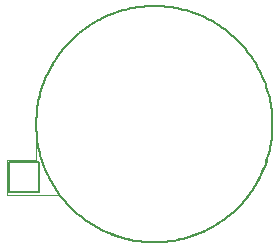
<source format=gto>
G75*
%MOIN*%
%OFA0B0*%
%FSLAX25Y25*%
%IPPOS*%
%LPD*%
%AMOC8*
5,1,8,0,0,1.08239X$1,22.5*
%
%ADD10C,0.00000*%
%ADD11C,0.00500*%
%ADD12C,0.00600*%
D10*
X0005593Y0016998D02*
X0005593Y0028809D01*
X0015436Y0028809D01*
X0015436Y0040620D01*
X0023310Y0016998D02*
X0005593Y0016998D01*
X0023310Y0016998D02*
X0023899Y0016233D01*
X0024506Y0015482D01*
X0025131Y0014747D01*
X0025775Y0014027D01*
X0026435Y0013324D01*
X0027113Y0012636D01*
X0027807Y0011966D01*
X0028518Y0011312D01*
X0029245Y0010677D01*
X0029986Y0010059D01*
X0030743Y0009459D01*
X0031514Y0008879D01*
X0032300Y0008317D01*
X0033098Y0007775D01*
X0033910Y0007253D01*
X0034735Y0006751D01*
X0035571Y0006269D01*
X0036419Y0005807D01*
X0037278Y0005367D01*
X0038148Y0004948D01*
X0039027Y0004550D01*
X0039916Y0004174D01*
X0040814Y0003820D01*
X0041721Y0003488D01*
X0042635Y0003178D01*
X0043557Y0002891D01*
X0044485Y0002627D01*
X0045420Y0002385D01*
X0046360Y0002167D01*
X0047306Y0001971D01*
X0048255Y0001799D01*
X0049209Y0001650D01*
X0050166Y0001524D01*
X0051126Y0001422D01*
X0052088Y0001344D01*
X0053052Y0001289D01*
X0054017Y0001258D01*
X0054982Y0001250D01*
X0055948Y0001267D01*
X0056912Y0001306D01*
X0057875Y0001370D01*
X0058837Y0001457D01*
X0059796Y0001567D01*
X0060752Y0001702D01*
X0061704Y0001859D01*
X0062652Y0002040D01*
X0063596Y0002244D01*
X0064534Y0002471D01*
X0065467Y0002721D01*
X0066393Y0002994D01*
X0067312Y0003289D01*
X0068223Y0003607D01*
X0069127Y0003947D01*
X0070021Y0004309D01*
X0070907Y0004693D01*
X0071783Y0005099D01*
X0072649Y0005525D01*
X0073504Y0005974D01*
X0074348Y0006442D01*
X0075180Y0006932D01*
X0076000Y0007441D01*
X0076807Y0007971D01*
X0077601Y0008520D01*
X0078381Y0009089D01*
X0079147Y0009676D01*
X0079898Y0010282D01*
X0080635Y0010907D01*
X0081355Y0011549D01*
X0082060Y0012209D01*
X0082749Y0012885D01*
X0083420Y0013579D01*
X0084074Y0014288D01*
X0084711Y0015014D01*
X0085330Y0015755D01*
X0085931Y0016511D01*
X0086512Y0017281D01*
X0087075Y0018065D01*
X0087618Y0018863D01*
X0088142Y0019674D01*
X0088645Y0020498D01*
X0089129Y0021334D01*
X0089591Y0022181D01*
X0090033Y0023039D01*
X0090453Y0023908D01*
X0090852Y0024787D01*
X0091230Y0025676D01*
X0091585Y0026574D01*
X0091918Y0027480D01*
X0092229Y0028393D01*
X0092518Y0029315D01*
X0092784Y0030243D01*
X0093027Y0031177D01*
X0093247Y0032117D01*
X0093444Y0033062D01*
X0093617Y0034011D01*
X0093768Y0034965D01*
X0093895Y0035922D01*
X0093998Y0036882D01*
X0094078Y0037844D01*
X0094134Y0038807D01*
X0094167Y0039772D01*
X0094176Y0040738D01*
X0094161Y0041703D01*
X0094123Y0042667D01*
X0094061Y0043631D01*
X0093975Y0044592D01*
X0093866Y0045551D01*
X0093733Y0046508D01*
X0093577Y0047460D01*
X0093398Y0048409D01*
X0093195Y0049353D01*
X0092970Y0050291D01*
X0092721Y0051224D01*
X0092450Y0052150D01*
X0092156Y0053070D01*
X0091839Y0053982D01*
X0091500Y0054886D01*
X0091140Y0055781D01*
X0090757Y0056667D01*
X0090353Y0057544D01*
X0089927Y0058411D01*
X0089480Y0059266D01*
X0089013Y0060111D01*
X0088525Y0060944D01*
X0088016Y0061764D01*
X0087488Y0062572D01*
X0086940Y0063367D01*
X0086372Y0064148D01*
X0085786Y0064915D01*
X0085181Y0065667D01*
X0084558Y0066404D01*
X0083917Y0067126D01*
X0083258Y0067832D01*
X0082582Y0068521D01*
X0081890Y0069194D01*
X0081181Y0069849D01*
X0080457Y0070487D01*
X0079717Y0071107D01*
X0078962Y0071709D01*
X0078192Y0072291D01*
X0077409Y0072855D01*
X0076612Y0073400D01*
X0075801Y0073925D01*
X0074978Y0074429D01*
X0074143Y0074914D01*
X0073297Y0075378D01*
X0072439Y0075820D01*
X0071571Y0076242D01*
X0070692Y0076643D01*
X0069804Y0077021D01*
X0068907Y0077378D01*
X0068002Y0077713D01*
X0067088Y0078025D01*
X0066168Y0078315D01*
X0065240Y0078582D01*
X0064306Y0078827D01*
X0063367Y0079048D01*
X0062422Y0079246D01*
X0061473Y0079421D01*
X0060519Y0079573D01*
X0059562Y0079702D01*
X0058603Y0079806D01*
X0057641Y0079888D01*
X0056677Y0079946D01*
X0055713Y0079980D01*
X0054747Y0079990D01*
X0053782Y0079977D01*
X0052817Y0079940D01*
X0051854Y0079879D01*
X0050892Y0079795D01*
X0049933Y0079687D01*
X0048977Y0079556D01*
X0048024Y0079401D01*
X0047075Y0079223D01*
X0046131Y0079022D01*
X0045192Y0078798D01*
X0044259Y0078551D01*
X0043332Y0078281D01*
X0042412Y0077988D01*
X0041499Y0077673D01*
X0040595Y0077336D01*
X0039699Y0076976D01*
X0038812Y0076595D01*
X0037935Y0076192D01*
X0037068Y0075768D01*
X0036211Y0075322D01*
X0035366Y0074856D01*
X0034533Y0074369D01*
X0033711Y0073862D01*
X0032903Y0073335D01*
X0032107Y0072788D01*
X0031325Y0072221D01*
X0030558Y0071636D01*
X0029804Y0071032D01*
X0029066Y0070410D01*
X0028344Y0069770D01*
X0027637Y0069113D01*
X0026946Y0068438D01*
X0026273Y0067747D01*
X0025616Y0067039D01*
X0024977Y0066315D01*
X0024356Y0065576D01*
X0023754Y0064822D01*
X0023170Y0064053D01*
X0022604Y0063271D01*
X0022059Y0062474D01*
X0021533Y0061665D01*
X0021027Y0060843D01*
X0020541Y0060009D01*
X0020076Y0059163D01*
X0019632Y0058306D01*
X0019209Y0057438D01*
X0018807Y0056560D01*
X0018427Y0055673D01*
X0018069Y0054776D01*
X0017733Y0053871D01*
X0017419Y0052958D01*
X0017128Y0052038D01*
X0016859Y0051111D01*
X0016614Y0050177D01*
X0016391Y0049238D01*
X0016191Y0048294D01*
X0016015Y0047344D01*
X0015861Y0046391D01*
X0015732Y0045435D01*
X0015625Y0044475D01*
X0015542Y0043513D01*
X0015483Y0042550D01*
X0015448Y0041585D01*
X0015436Y0040620D01*
D11*
X0015448Y0041586D01*
X0015483Y0042552D01*
X0015543Y0043516D01*
X0015626Y0044479D01*
X0015732Y0045439D01*
X0015862Y0046397D01*
X0016016Y0047351D01*
X0016192Y0048301D01*
X0016393Y0049246D01*
X0016616Y0050186D01*
X0016862Y0051120D01*
X0017131Y0052049D01*
X0017423Y0052970D01*
X0017737Y0053883D01*
X0018074Y0054789D01*
X0018433Y0055686D01*
X0018814Y0056574D01*
X0019216Y0057453D01*
X0019640Y0058321D01*
X0020085Y0059179D01*
X0020551Y0060025D01*
X0021037Y0060860D01*
X0021544Y0061683D01*
X0022071Y0062493D01*
X0022618Y0063290D01*
X0023184Y0064073D01*
X0023769Y0064842D01*
X0024373Y0065596D01*
X0024995Y0066335D01*
X0025635Y0067059D01*
X0026292Y0067767D01*
X0026967Y0068459D01*
X0027659Y0069134D01*
X0028367Y0069791D01*
X0029091Y0070431D01*
X0029830Y0071053D01*
X0030584Y0071657D01*
X0031353Y0072242D01*
X0032136Y0072808D01*
X0032933Y0073355D01*
X0033743Y0073882D01*
X0034566Y0074389D01*
X0035401Y0074875D01*
X0036247Y0075341D01*
X0037105Y0075786D01*
X0037973Y0076210D01*
X0038852Y0076612D01*
X0039740Y0076993D01*
X0040637Y0077352D01*
X0041543Y0077689D01*
X0042456Y0078003D01*
X0043377Y0078295D01*
X0044306Y0078564D01*
X0045240Y0078810D01*
X0046180Y0079033D01*
X0047125Y0079234D01*
X0048075Y0079410D01*
X0049029Y0079564D01*
X0049987Y0079694D01*
X0050947Y0079800D01*
X0051910Y0079883D01*
X0052874Y0079943D01*
X0053840Y0079978D01*
X0054806Y0079990D01*
X0055772Y0079978D01*
X0056738Y0079943D01*
X0057702Y0079883D01*
X0058665Y0079800D01*
X0059625Y0079694D01*
X0060583Y0079564D01*
X0061537Y0079410D01*
X0062487Y0079234D01*
X0063432Y0079033D01*
X0064372Y0078810D01*
X0065306Y0078564D01*
X0066235Y0078295D01*
X0067156Y0078003D01*
X0068069Y0077689D01*
X0068975Y0077352D01*
X0069872Y0076993D01*
X0070760Y0076612D01*
X0071639Y0076210D01*
X0072507Y0075786D01*
X0073365Y0075341D01*
X0074211Y0074875D01*
X0075046Y0074389D01*
X0075869Y0073882D01*
X0076679Y0073355D01*
X0077476Y0072808D01*
X0078259Y0072242D01*
X0079028Y0071657D01*
X0079782Y0071053D01*
X0080521Y0070431D01*
X0081245Y0069791D01*
X0081953Y0069134D01*
X0082645Y0068459D01*
X0083320Y0067767D01*
X0083977Y0067059D01*
X0084617Y0066335D01*
X0085239Y0065596D01*
X0085843Y0064842D01*
X0086428Y0064073D01*
X0086994Y0063290D01*
X0087541Y0062493D01*
X0088068Y0061683D01*
X0088575Y0060860D01*
X0089061Y0060025D01*
X0089527Y0059179D01*
X0089972Y0058321D01*
X0090396Y0057453D01*
X0090798Y0056574D01*
X0091179Y0055686D01*
X0091538Y0054789D01*
X0091875Y0053883D01*
X0092189Y0052970D01*
X0092481Y0052049D01*
X0092750Y0051120D01*
X0092996Y0050186D01*
X0093219Y0049246D01*
X0093420Y0048301D01*
X0093596Y0047351D01*
X0093750Y0046397D01*
X0093880Y0045439D01*
X0093986Y0044479D01*
X0094069Y0043516D01*
X0094129Y0042552D01*
X0094164Y0041586D01*
X0094176Y0040620D01*
X0094164Y0039654D01*
X0094129Y0038688D01*
X0094069Y0037724D01*
X0093986Y0036761D01*
X0093880Y0035801D01*
X0093750Y0034843D01*
X0093596Y0033889D01*
X0093420Y0032939D01*
X0093219Y0031994D01*
X0092996Y0031054D01*
X0092750Y0030120D01*
X0092481Y0029191D01*
X0092189Y0028270D01*
X0091875Y0027357D01*
X0091538Y0026451D01*
X0091179Y0025554D01*
X0090798Y0024666D01*
X0090396Y0023787D01*
X0089972Y0022919D01*
X0089527Y0022061D01*
X0089061Y0021215D01*
X0088575Y0020380D01*
X0088068Y0019557D01*
X0087541Y0018747D01*
X0086994Y0017950D01*
X0086428Y0017167D01*
X0085843Y0016398D01*
X0085239Y0015644D01*
X0084617Y0014905D01*
X0083977Y0014181D01*
X0083320Y0013473D01*
X0082645Y0012781D01*
X0081953Y0012106D01*
X0081245Y0011449D01*
X0080521Y0010809D01*
X0079782Y0010187D01*
X0079028Y0009583D01*
X0078259Y0008998D01*
X0077476Y0008432D01*
X0076679Y0007885D01*
X0075869Y0007358D01*
X0075046Y0006851D01*
X0074211Y0006365D01*
X0073365Y0005899D01*
X0072507Y0005454D01*
X0071639Y0005030D01*
X0070760Y0004628D01*
X0069872Y0004247D01*
X0068975Y0003888D01*
X0068069Y0003551D01*
X0067156Y0003237D01*
X0066235Y0002945D01*
X0065306Y0002676D01*
X0064372Y0002430D01*
X0063432Y0002207D01*
X0062487Y0002006D01*
X0061537Y0001830D01*
X0060583Y0001676D01*
X0059625Y0001546D01*
X0058665Y0001440D01*
X0057702Y0001357D01*
X0056738Y0001297D01*
X0055772Y0001262D01*
X0054806Y0001250D01*
X0053840Y0001262D01*
X0052874Y0001297D01*
X0051910Y0001357D01*
X0050947Y0001440D01*
X0049987Y0001546D01*
X0049029Y0001676D01*
X0048075Y0001830D01*
X0047125Y0002006D01*
X0046180Y0002207D01*
X0045240Y0002430D01*
X0044306Y0002676D01*
X0043377Y0002945D01*
X0042456Y0003237D01*
X0041543Y0003551D01*
X0040637Y0003888D01*
X0039740Y0004247D01*
X0038852Y0004628D01*
X0037973Y0005030D01*
X0037105Y0005454D01*
X0036247Y0005899D01*
X0035401Y0006365D01*
X0034566Y0006851D01*
X0033743Y0007358D01*
X0032933Y0007885D01*
X0032136Y0008432D01*
X0031353Y0008998D01*
X0030584Y0009583D01*
X0029830Y0010187D01*
X0029091Y0010809D01*
X0028367Y0011449D01*
X0027659Y0012106D01*
X0026967Y0012781D01*
X0026292Y0013473D01*
X0025635Y0014181D01*
X0024995Y0014905D01*
X0024373Y0015644D01*
X0023769Y0016398D01*
X0023184Y0017167D01*
X0022618Y0017950D01*
X0022071Y0018747D01*
X0021544Y0019557D01*
X0021037Y0020380D01*
X0020551Y0021215D01*
X0020085Y0022061D01*
X0019640Y0022919D01*
X0019216Y0023787D01*
X0018814Y0024666D01*
X0018433Y0025554D01*
X0018074Y0026451D01*
X0017737Y0027357D01*
X0017423Y0028270D01*
X0017131Y0029191D01*
X0016862Y0030120D01*
X0016616Y0031054D01*
X0016393Y0031994D01*
X0016192Y0032939D01*
X0016016Y0033889D01*
X0015862Y0034843D01*
X0015732Y0035801D01*
X0015626Y0036761D01*
X0015543Y0037724D01*
X0015483Y0038688D01*
X0015448Y0039654D01*
X0015436Y0040620D01*
D12*
X0016499Y0027904D02*
X0006499Y0027904D01*
X0006499Y0017904D01*
X0016499Y0017904D01*
X0016499Y0027904D01*
M02*

</source>
